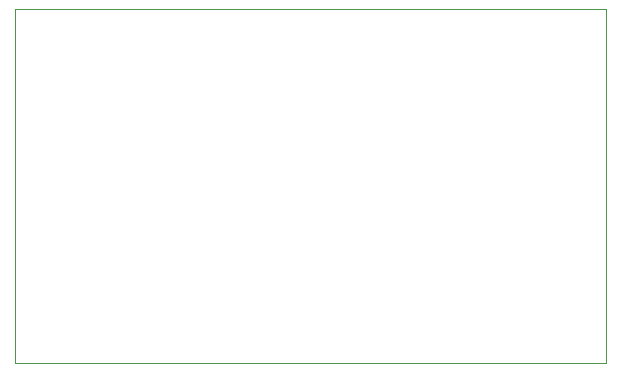
<source format=gbr>
%TF.GenerationSoftware,KiCad,Pcbnew,8.0.6*%
%TF.CreationDate,2025-03-25T13:24:27+01:00*%
%TF.ProjectId,MCU Datalogger,4d435520-4461-4746-916c-6f676765722e,1*%
%TF.SameCoordinates,Original*%
%TF.FileFunction,Profile,NP*%
%FSLAX46Y46*%
G04 Gerber Fmt 4.6, Leading zero omitted, Abs format (unit mm)*
G04 Created by KiCad (PCBNEW 8.0.6) date 2025-03-25 13:24:27*
%MOMM*%
%LPD*%
G01*
G04 APERTURE LIST*
%TA.AperFunction,Profile*%
%ADD10C,0.050000*%
%TD*%
G04 APERTURE END LIST*
D10*
X104267000Y-121920000D02*
X154305000Y-121920000D01*
X154305000Y-151892000D01*
X104267000Y-151892000D01*
X104267000Y-121920000D01*
M02*

</source>
